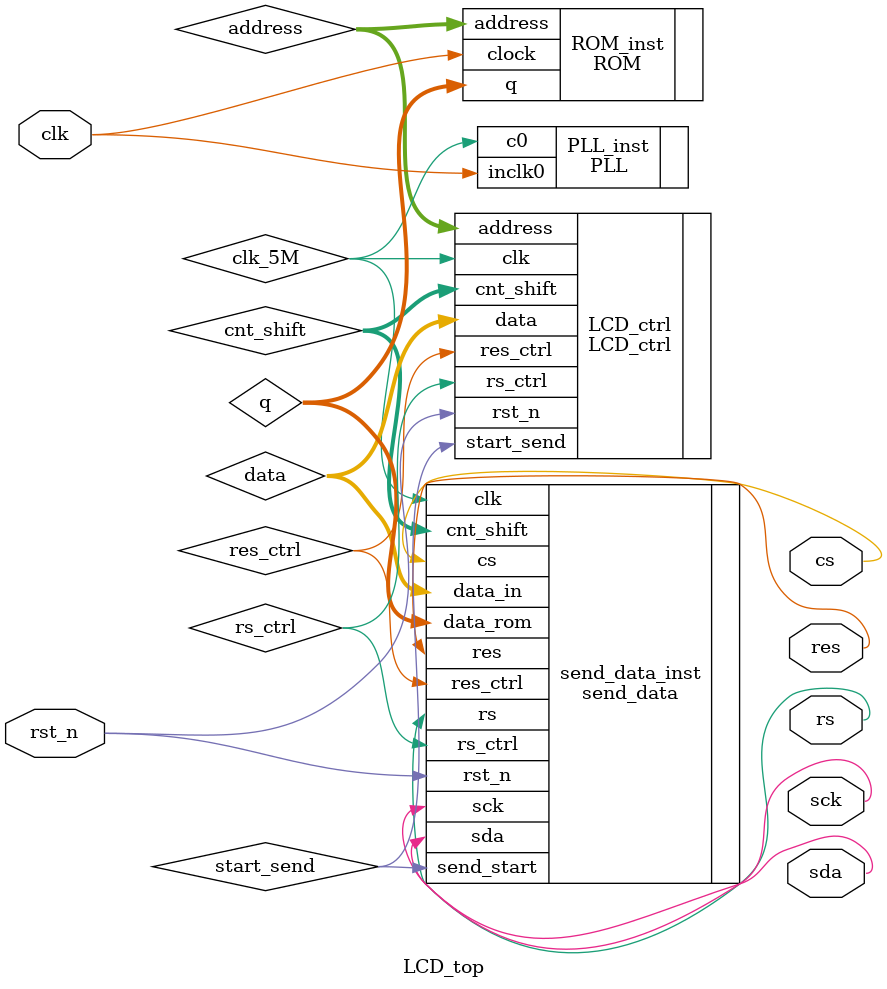
<source format=v>
module LCD_top(	
				input						clk			,		// system clk 50mhz 
				input						rst_n		,
										
				output 						 cs			,
				output 						res			,
				output 						 rs			,
				output 						sck			,
				output 						sda			
				);
				
/*=========================================================================================================
**************************************      internal links		     **************************************
=========================================================================================================*/	

wire [7:0]	data				;
wire		clk_5M				;
	
wire [3:0]	cnt_shift			;
wire 		res_ctrl			;
wire		rs_ctrl				;
wire 		start_send			;
wire [9:0]	address				;
wire [7:0]	q 					;



/*=========================================================================================================
********************************* 			instantiation		      ********************************
=========================================================================================================*/	
PLL	PLL_inst (
	.inclk0 ( clk ),
	.c0 ( clk_5M )
	);
	
LCD_ctrl 			/* #(
					.COLMAX(6)	,
					.PAGEMAX(4)
						) */
					LCD_ctrl(
					
					.clk			( clk_5M	  )				,		//	clk from pll 5M 
					.rst_n			( rst_n		  )				,		//	system	reset 
								
					.cnt_shift		( cnt_shift	  )				,		//	 from   send_data  
								
					.data			( data		  )				,
					.res_ctrl		( res_ctrl	  )				,
					.rs_ctrl		( rs_ctrl	  )				,
					.start_send		( start_send  )				,
					.address		( address  	  )
				   );
				  
send_data send_data_inst(
					 
					  .clk				(  clk_5M		 )					,
					  .rst_n			(  rst_n		 )					,
								
					  .data_in			(  data			 )					,
					  .res_ctrl			(  res_ctrl		 )					,
					  .rs_ctrl			(  rs_ctrl		 )					,
					  .send_start		(  start_send	 )					,	// from lcd_ctrl
					  .data_rom 		(   q			 )					,
									
					  .cs				(  cs			 )					,
					  .rs				(  rs			 )					,
					  .sda				(  sda			 )					,
					  .res 				(  res 			 )					,
					  .sck				(  sck			 )					,
					  .cnt_shift	    (  cnt_shift	 )
					/*   output			send_done		// to  lcd_ctrl 	 */
					 );
ROM	ROM_inst (
	.address ( address ),
	.clock ( clk ),
	.q ( q )
	);

	
					 
endmodule 

</source>
